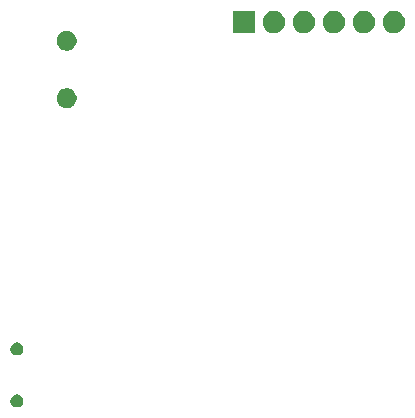
<source format=gbr>
G04 #@! TF.GenerationSoftware,KiCad,Pcbnew,5.1.5-52549c5~84~ubuntu18.04.1*
G04 #@! TF.CreationDate,2020-01-28T09:19:52+01:00*
G04 #@! TF.ProjectId,lab1,6c616231-2e6b-4696-9361-645f70636258,rev?*
G04 #@! TF.SameCoordinates,Original*
G04 #@! TF.FileFunction,Soldermask,Bot*
G04 #@! TF.FilePolarity,Negative*
%FSLAX46Y46*%
G04 Gerber Fmt 4.6, Leading zero omitted, Abs format (unit mm)*
G04 Created by KiCad (PCBNEW 5.1.5-52549c5~84~ubuntu18.04.1) date 2020-01-28 09:19:52*
%MOMM*%
%LPD*%
G04 APERTURE LIST*
%ADD10C,0.100000*%
G04 APERTURE END LIST*
D10*
G36*
X194925009Y-72264091D02*
G01*
X194960429Y-72271136D01*
X195010476Y-72291866D01*
X195060524Y-72312597D01*
X195150602Y-72372785D01*
X195227215Y-72449398D01*
X195287403Y-72539476D01*
X195328864Y-72639572D01*
X195350000Y-72745828D01*
X195350000Y-72854172D01*
X195328864Y-72960428D01*
X195287403Y-73060524D01*
X195227215Y-73150602D01*
X195150602Y-73227215D01*
X195060524Y-73287403D01*
X195010476Y-73308133D01*
X194960429Y-73328864D01*
X194925009Y-73335909D01*
X194854172Y-73350000D01*
X194745828Y-73350000D01*
X194674991Y-73335909D01*
X194639571Y-73328864D01*
X194589524Y-73308133D01*
X194539476Y-73287403D01*
X194449398Y-73227215D01*
X194372785Y-73150602D01*
X194312597Y-73060524D01*
X194271136Y-72960428D01*
X194250000Y-72854172D01*
X194250000Y-72745828D01*
X194271136Y-72639572D01*
X194312597Y-72539476D01*
X194372785Y-72449398D01*
X194449398Y-72372785D01*
X194539476Y-72312597D01*
X194589524Y-72291866D01*
X194639571Y-72271136D01*
X194674991Y-72264091D01*
X194745828Y-72250000D01*
X194854172Y-72250000D01*
X194925009Y-72264091D01*
G37*
G36*
X194925009Y-67864091D02*
G01*
X194960429Y-67871136D01*
X195010476Y-67891867D01*
X195060524Y-67912597D01*
X195150602Y-67972785D01*
X195227215Y-68049398D01*
X195287403Y-68139476D01*
X195328864Y-68239572D01*
X195350000Y-68345828D01*
X195350000Y-68454172D01*
X195328864Y-68560428D01*
X195287403Y-68660524D01*
X195227215Y-68750602D01*
X195150602Y-68827215D01*
X195060524Y-68887403D01*
X195010476Y-68908133D01*
X194960429Y-68928864D01*
X194925009Y-68935909D01*
X194854172Y-68950000D01*
X194745828Y-68950000D01*
X194674991Y-68935909D01*
X194639571Y-68928864D01*
X194589524Y-68908133D01*
X194539476Y-68887403D01*
X194449398Y-68827215D01*
X194372785Y-68750602D01*
X194312597Y-68660524D01*
X194271136Y-68560428D01*
X194250000Y-68454172D01*
X194250000Y-68345828D01*
X194271136Y-68239572D01*
X194312597Y-68139476D01*
X194372785Y-68049398D01*
X194449398Y-67972785D01*
X194539476Y-67912597D01*
X194589524Y-67891867D01*
X194639571Y-67871136D01*
X194674991Y-67864091D01*
X194745828Y-67850000D01*
X194854172Y-67850000D01*
X194925009Y-67864091D01*
G37*
G36*
X199247935Y-46357663D02*
G01*
X199402624Y-46421738D01*
X199402626Y-46421739D01*
X199541844Y-46514761D01*
X199660238Y-46633155D01*
X199753260Y-46772373D01*
X199753261Y-46772375D01*
X199817336Y-46927064D01*
X199850000Y-47091280D01*
X199850000Y-47258718D01*
X199817336Y-47422934D01*
X199753261Y-47577623D01*
X199753260Y-47577625D01*
X199660238Y-47716843D01*
X199541844Y-47835237D01*
X199402626Y-47928259D01*
X199402625Y-47928260D01*
X199402624Y-47928260D01*
X199247935Y-47992335D01*
X199083719Y-48024999D01*
X198916281Y-48024999D01*
X198752065Y-47992335D01*
X198597376Y-47928260D01*
X198597375Y-47928260D01*
X198597374Y-47928259D01*
X198458156Y-47835237D01*
X198339762Y-47716843D01*
X198246740Y-47577625D01*
X198246739Y-47577623D01*
X198182664Y-47422934D01*
X198150000Y-47258718D01*
X198150000Y-47091280D01*
X198182664Y-46927064D01*
X198246739Y-46772375D01*
X198246740Y-46772373D01*
X198339762Y-46633155D01*
X198458156Y-46514761D01*
X198597374Y-46421739D01*
X198597376Y-46421738D01*
X198752065Y-46357663D01*
X198916281Y-46324999D01*
X199083719Y-46324999D01*
X199247935Y-46357663D01*
G37*
G36*
X199247935Y-41477663D02*
G01*
X199402624Y-41541738D01*
X199402626Y-41541739D01*
X199541844Y-41634761D01*
X199660238Y-41753155D01*
X199753260Y-41892373D01*
X199753261Y-41892375D01*
X199817336Y-42047064D01*
X199850000Y-42211280D01*
X199850000Y-42378718D01*
X199817336Y-42542934D01*
X199753261Y-42697623D01*
X199753260Y-42697625D01*
X199660238Y-42836843D01*
X199541844Y-42955237D01*
X199402626Y-43048259D01*
X199402625Y-43048260D01*
X199402624Y-43048260D01*
X199247935Y-43112335D01*
X199083719Y-43144999D01*
X198916281Y-43144999D01*
X198752065Y-43112335D01*
X198597376Y-43048260D01*
X198597375Y-43048260D01*
X198597374Y-43048259D01*
X198458156Y-42955237D01*
X198339762Y-42836843D01*
X198246740Y-42697625D01*
X198246739Y-42697623D01*
X198182664Y-42542934D01*
X198150000Y-42378718D01*
X198150000Y-42211280D01*
X198182664Y-42047064D01*
X198246739Y-41892375D01*
X198246740Y-41892373D01*
X198339762Y-41753155D01*
X198458156Y-41634761D01*
X198597374Y-41541739D01*
X198597376Y-41541738D01*
X198752065Y-41477663D01*
X198916281Y-41444999D01*
X199083719Y-41444999D01*
X199247935Y-41477663D01*
G37*
G36*
X226885336Y-39768254D02*
G01*
X226977105Y-39786508D01*
X227149994Y-39858121D01*
X227305590Y-39962087D01*
X227437913Y-40094410D01*
X227541879Y-40250006D01*
X227613492Y-40422895D01*
X227650000Y-40606433D01*
X227650000Y-40793567D01*
X227613492Y-40977105D01*
X227541879Y-41149994D01*
X227437913Y-41305590D01*
X227305590Y-41437913D01*
X227149994Y-41541879D01*
X226977105Y-41613492D01*
X226885336Y-41631746D01*
X226793568Y-41650000D01*
X226606432Y-41650000D01*
X226514664Y-41631746D01*
X226422895Y-41613492D01*
X226250006Y-41541879D01*
X226094410Y-41437913D01*
X225962087Y-41305590D01*
X225858121Y-41149994D01*
X225786508Y-40977105D01*
X225750000Y-40793567D01*
X225750000Y-40606433D01*
X225786508Y-40422895D01*
X225858121Y-40250006D01*
X225962087Y-40094410D01*
X226094410Y-39962087D01*
X226250006Y-39858121D01*
X226422895Y-39786508D01*
X226514664Y-39768254D01*
X226606432Y-39750000D01*
X226793568Y-39750000D01*
X226885336Y-39768254D01*
G37*
G36*
X224345336Y-39768254D02*
G01*
X224437105Y-39786508D01*
X224609994Y-39858121D01*
X224765590Y-39962087D01*
X224897913Y-40094410D01*
X225001879Y-40250006D01*
X225073492Y-40422895D01*
X225110000Y-40606433D01*
X225110000Y-40793567D01*
X225073492Y-40977105D01*
X225001879Y-41149994D01*
X224897913Y-41305590D01*
X224765590Y-41437913D01*
X224609994Y-41541879D01*
X224437105Y-41613492D01*
X224345336Y-41631746D01*
X224253568Y-41650000D01*
X224066432Y-41650000D01*
X223974664Y-41631746D01*
X223882895Y-41613492D01*
X223710006Y-41541879D01*
X223554410Y-41437913D01*
X223422087Y-41305590D01*
X223318121Y-41149994D01*
X223246508Y-40977105D01*
X223210000Y-40793567D01*
X223210000Y-40606433D01*
X223246508Y-40422895D01*
X223318121Y-40250006D01*
X223422087Y-40094410D01*
X223554410Y-39962087D01*
X223710006Y-39858121D01*
X223882895Y-39786508D01*
X223974664Y-39768254D01*
X224066432Y-39750000D01*
X224253568Y-39750000D01*
X224345336Y-39768254D01*
G37*
G36*
X221805336Y-39768254D02*
G01*
X221897105Y-39786508D01*
X222069994Y-39858121D01*
X222225590Y-39962087D01*
X222357913Y-40094410D01*
X222461879Y-40250006D01*
X222533492Y-40422895D01*
X222570000Y-40606433D01*
X222570000Y-40793567D01*
X222533492Y-40977105D01*
X222461879Y-41149994D01*
X222357913Y-41305590D01*
X222225590Y-41437913D01*
X222069994Y-41541879D01*
X221897105Y-41613492D01*
X221805336Y-41631746D01*
X221713568Y-41650000D01*
X221526432Y-41650000D01*
X221434664Y-41631746D01*
X221342895Y-41613492D01*
X221170006Y-41541879D01*
X221014410Y-41437913D01*
X220882087Y-41305590D01*
X220778121Y-41149994D01*
X220706508Y-40977105D01*
X220670000Y-40793567D01*
X220670000Y-40606433D01*
X220706508Y-40422895D01*
X220778121Y-40250006D01*
X220882087Y-40094410D01*
X221014410Y-39962087D01*
X221170006Y-39858121D01*
X221342895Y-39786508D01*
X221434664Y-39768254D01*
X221526432Y-39750000D01*
X221713568Y-39750000D01*
X221805336Y-39768254D01*
G37*
G36*
X219265336Y-39768254D02*
G01*
X219357105Y-39786508D01*
X219529994Y-39858121D01*
X219685590Y-39962087D01*
X219817913Y-40094410D01*
X219921879Y-40250006D01*
X219993492Y-40422895D01*
X220030000Y-40606433D01*
X220030000Y-40793567D01*
X219993492Y-40977105D01*
X219921879Y-41149994D01*
X219817913Y-41305590D01*
X219685590Y-41437913D01*
X219529994Y-41541879D01*
X219357105Y-41613492D01*
X219265336Y-41631746D01*
X219173568Y-41650000D01*
X218986432Y-41650000D01*
X218894664Y-41631746D01*
X218802895Y-41613492D01*
X218630006Y-41541879D01*
X218474410Y-41437913D01*
X218342087Y-41305590D01*
X218238121Y-41149994D01*
X218166508Y-40977105D01*
X218130000Y-40793567D01*
X218130000Y-40606433D01*
X218166508Y-40422895D01*
X218238121Y-40250006D01*
X218342087Y-40094410D01*
X218474410Y-39962087D01*
X218630006Y-39858121D01*
X218802895Y-39786508D01*
X218894664Y-39768254D01*
X218986432Y-39750000D01*
X219173568Y-39750000D01*
X219265336Y-39768254D01*
G37*
G36*
X216725336Y-39768254D02*
G01*
X216817105Y-39786508D01*
X216989994Y-39858121D01*
X217145590Y-39962087D01*
X217277913Y-40094410D01*
X217381879Y-40250006D01*
X217453492Y-40422895D01*
X217490000Y-40606433D01*
X217490000Y-40793567D01*
X217453492Y-40977105D01*
X217381879Y-41149994D01*
X217277913Y-41305590D01*
X217145590Y-41437913D01*
X216989994Y-41541879D01*
X216817105Y-41613492D01*
X216725336Y-41631746D01*
X216633568Y-41650000D01*
X216446432Y-41650000D01*
X216354664Y-41631746D01*
X216262895Y-41613492D01*
X216090006Y-41541879D01*
X215934410Y-41437913D01*
X215802087Y-41305590D01*
X215698121Y-41149994D01*
X215626508Y-40977105D01*
X215590000Y-40793567D01*
X215590000Y-40606433D01*
X215626508Y-40422895D01*
X215698121Y-40250006D01*
X215802087Y-40094410D01*
X215934410Y-39962087D01*
X216090006Y-39858121D01*
X216262895Y-39786508D01*
X216354664Y-39768254D01*
X216446432Y-39750000D01*
X216633568Y-39750000D01*
X216725336Y-39768254D01*
G37*
G36*
X214950000Y-41650000D02*
G01*
X213050000Y-41650000D01*
X213050000Y-39750000D01*
X214950000Y-39750000D01*
X214950000Y-41650000D01*
G37*
M02*

</source>
